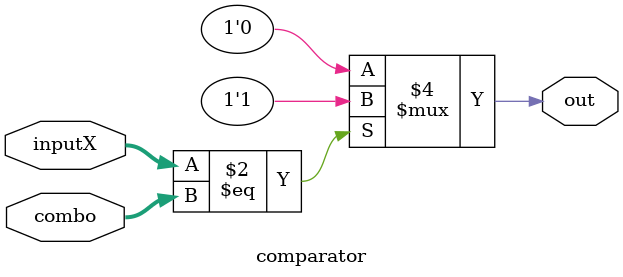
<source format=v>
module comparator(inputX, combo, out);
input [3:0] inputX, combo;
output reg out;

always @(inputX, combo)
begin
	if (inputX == combo)
		out = 1;
	else
		out = 0;
end
endmodule
</source>
